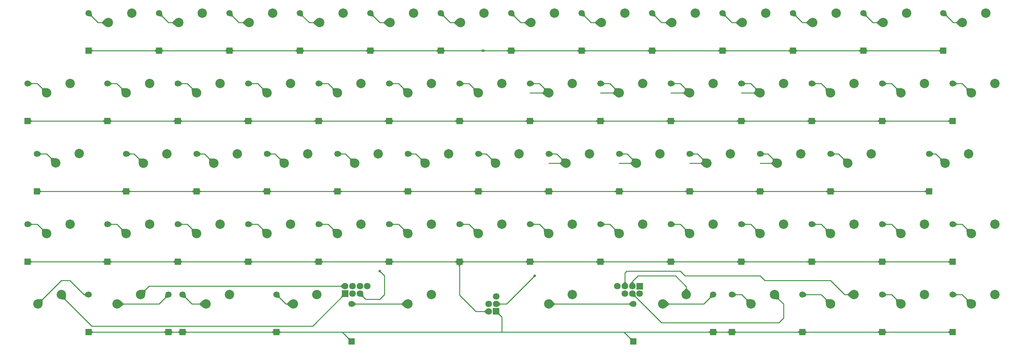
<source format=gtl>
G04 Layer: TopLayer*
G04 EasyEDA v6.3.53, 2020-06-17T23:21:06+02:00*
G04 04ce8127e00047ebb4670b429beeeb49,c5fe026039d2484e9a32019ccd8c5756,10*
G04 Gerber Generator version 0.2*
G04 Scale: 100 percent, Rotated: No, Reflected: No *
G04 Dimensions in millimeters *
G04 leading zeros omitted , absolute positions ,3 integer and 3 decimal *
%FSLAX33Y33*%
%MOMM*%
G90*
G71D02*

%ADD10C,0.254000*%
%ADD11C,0.700024*%
%ADD12C,0.699999*%
%ADD13C,1.799996*%
%ADD15C,2.540000*%
%ADD16C,1.699260*%
%ADD17R,1.699260X1.699260*%

%LPD*%
G54D10*
G01X251614Y91881D02*
G01X251981Y91702D01*
G01X254342Y89341D01*
G01X256821Y89341D01*
G01X230024Y91881D02*
G01X232564Y89341D01*
G01X235358Y89341D01*
G01X210974Y91881D02*
G01X213514Y89341D01*
G01X216308Y89341D01*
G01X191924Y91881D02*
G01X194464Y89341D01*
G01X197258Y89341D01*
G01X172874Y91881D02*
G01X175414Y89341D01*
G01X178208Y89341D01*
G01X153824Y91881D02*
G01X156364Y89341D01*
G01X159158Y89341D01*
G01X134774Y91881D02*
G01X137314Y89341D01*
G01X140108Y89341D01*
G01X115724Y91881D02*
G01X118264Y89341D01*
G01X121058Y89341D01*
G01X96674Y91881D02*
G01X99214Y89341D01*
G01X102008Y89341D01*
G01X77561Y91881D02*
G01X80164Y89341D01*
G01X82958Y89341D01*
G01X58574Y91881D02*
G01X61114Y89341D01*
G01X63908Y89341D01*
G01X39524Y91881D02*
G01X42064Y89341D01*
G01X44858Y89341D01*
G01X20474Y91881D02*
G01X23014Y89341D01*
G01X25808Y89341D01*
G01X89864Y15950D02*
G01X81086Y7172D01*
G01X21363Y7172D01*
G01X12981Y15554D01*
G01X12981Y15681D01*
G01X13108Y15681D01*
G01X128693Y11142D02*
G01X128663Y11109D01*
G01X125249Y11109D01*
G01X120804Y15554D01*
G01X120804Y24571D01*
G01X130695Y11142D02*
G01X132234Y9600D01*
G01X132234Y5521D01*
G01X141124Y20761D02*
G01X133504Y13141D01*
G01X130694Y13141D01*
G01X42064Y15681D02*
G01X39524Y13141D01*
G01X28221Y13141D01*
G01X45874Y15681D02*
G01X48414Y13141D01*
G01X52224Y13141D01*
G01X71274Y15681D02*
G01X73814Y13141D01*
G01X75846Y13141D01*
G01X167524Y15951D02*
G01X175414Y8061D01*
G01X207164Y8061D01*
G01X208434Y9331D01*
G01X208434Y13141D01*
G01X206021Y15554D01*
G01X206021Y15681D01*
G01X165523Y17952D02*
G01X165508Y21523D01*
G01X166016Y22031D01*
G01X180494Y22031D01*
G01X181764Y20761D01*
G01X202084Y20761D01*
G01X203354Y19491D01*
G01X221134Y19491D01*
G01X224944Y15681D01*
G01X227484Y15681D01*
G01X167524Y17951D02*
G01X167524Y19221D01*
G01X169064Y20761D01*
G01X179224Y20761D01*
G01X182145Y17840D01*
G01X182145Y15681D01*
G01X6758Y13141D02*
G01X13108Y19491D01*
G01X15394Y19491D01*
G01X19204Y15681D01*
G01X20474Y15681D01*
G01X89864Y17951D02*
G01X36841Y17951D01*
G01X34571Y15681D01*
G01X93864Y15951D02*
G01X95404Y14411D01*
G01X99214Y14411D01*
G01X100484Y15681D01*
G01X100484Y20761D01*
G01X99214Y22031D01*
G01X167794Y2981D02*
G01X165254Y5521D01*
G01X175795Y13141D02*
G01X186844Y13141D01*
G01X189384Y15681D01*
G01X91594Y2981D02*
G01X89054Y5521D01*
G01X189384Y5521D02*
G01X170334Y5521D01*
G01X194464Y15681D02*
G01X197131Y15681D01*
G01X199671Y13141D01*
G01X213514Y15681D02*
G01X218594Y15681D01*
G01X221134Y13141D01*
G01X235104Y15681D02*
G01X237644Y15681D01*
G01X240184Y13141D01*
G01X254154Y15681D02*
G01X256694Y15681D01*
G01X259234Y13141D01*
G01X247804Y53781D02*
G01X249582Y53781D01*
G01X252122Y51241D01*
G01X221134Y53781D02*
G01X223293Y53781D01*
G01X225833Y51241D01*
G01X202084Y53781D02*
G01X204243Y53781D01*
G01X206783Y51241D01*
G01X183034Y53781D02*
G01X185193Y53781D01*
G01X187733Y51241D01*
G01X163984Y53781D02*
G01X166143Y53781D01*
G01X168683Y51241D01*
G01X144934Y53781D02*
G01X147093Y53781D01*
G01X149633Y51241D01*
G01X125884Y53781D02*
G01X128043Y53781D01*
G01X130583Y51241D01*
G01X106834Y53781D02*
G01X108993Y53781D01*
G01X111533Y51241D01*
G01X87784Y53781D02*
G01X89943Y53781D01*
G01X92483Y51241D01*
G01X68734Y53781D02*
G01X70893Y53781D01*
G01X73433Y51241D01*
G01X49684Y53781D02*
G01X51843Y53781D01*
G01X54383Y51241D01*
G01X30634Y53781D02*
G01X32793Y53781D01*
G01X35333Y51241D01*
G01X6504Y53781D02*
G01X9171Y53781D01*
G01X11584Y51368D01*
G01X3964Y34731D02*
G01X6631Y34731D01*
G01X9171Y32191D01*
G01X25554Y34731D02*
G01X28094Y34731D01*
G01X30634Y32191D01*
G01X44604Y34731D02*
G01X47144Y34731D01*
G01X49684Y32191D01*
G01X63654Y34731D02*
G01X66194Y34731D01*
G01X68734Y32191D01*
G01X82704Y34731D02*
G01X85244Y34731D01*
G01X87784Y32191D01*
G01X101754Y34731D02*
G01X104294Y34731D01*
G01X106834Y32191D01*
G01X120804Y34731D02*
G01X123344Y34731D01*
G01X125884Y32191D01*
G01X139854Y34731D02*
G01X142394Y34731D01*
G01X144934Y32191D01*
G01X158904Y34731D02*
G01X161444Y34731D01*
G01X163984Y32191D01*
G01X177954Y34731D02*
G01X180494Y34731D01*
G01X183034Y32191D01*
G01X197004Y34731D02*
G01X199544Y34731D01*
G01X202084Y32191D01*
G01X216054Y34731D02*
G01X218594Y34731D01*
G01X221134Y32191D01*
G01X235104Y34731D02*
G01X237644Y34731D01*
G01X240184Y32191D01*
G01X254154Y34731D02*
G01X256694Y34731D01*
G01X259234Y32191D01*
G01X254154Y72831D02*
G01X256694Y72831D01*
G01X259234Y70291D01*
G01X235104Y72831D02*
G01X237644Y72831D01*
G01X240184Y70291D01*
G01X216054Y72831D02*
G01X218594Y72831D01*
G01X221134Y70291D01*
G01X197004Y72831D02*
G01X199544Y72831D01*
G01X202084Y70291D01*
G01X177954Y72831D02*
G01X180494Y72831D01*
G01X183034Y70291D01*
G01X158904Y72831D02*
G01X161444Y72831D01*
G01X163984Y70291D01*
G01X139854Y72831D02*
G01X142394Y72831D01*
G01X144934Y70291D01*
G01X120804Y72831D02*
G01X123344Y72831D01*
G01X125884Y70291D01*
G01X101754Y62671D02*
G01X254154Y62671D01*
G01X63654Y62671D02*
G01X79783Y62671D01*
G01X82704Y62671D01*
G01X83974Y62671D01*
G01X85244Y62671D01*
G01X101754Y62671D01*
G01X101754Y72831D02*
G01X104294Y72831D01*
G01X106834Y70291D01*
G01X82704Y72831D02*
G01X85244Y72831D01*
G01X87784Y70291D01*
G01X63654Y72831D02*
G01X66194Y72831D01*
G01X68734Y70291D01*
G01X44604Y72831D02*
G01X47144Y72831D01*
G01X49684Y70291D01*
G01X25554Y72831D02*
G01X28094Y72831D01*
G01X30634Y70291D01*
G01X3964Y72831D02*
G01X6631Y72831D01*
G01X9171Y70291D01*
G01X251614Y81721D02*
G01X134774Y81721D01*
G01X134774Y81721D02*
G01X131157Y81721D01*
G01X20474Y81721D01*
G01X20474Y5521D02*
G01X254154Y5521D01*
G01X3964Y24571D02*
G01X254154Y24571D01*
G01X247804Y43621D02*
G01X6504Y43621D01*
G01X3964Y62671D02*
G01X63654Y62671D01*
G01X197004Y70291D02*
G01X202084Y70291D01*
G01X177954Y70291D02*
G01X183034Y70291D01*
G01X158904Y70291D02*
G01X163984Y70291D01*
G01X139854Y70291D02*
G01X144934Y70291D01*
G01X106834Y13141D02*
G01X91594Y13141D01*
G01X144934Y13141D02*
G01X167794Y13141D01*
G01X206783Y51241D02*
G01X202084Y51241D01*
G01X187733Y51241D02*
G01X183034Y51241D01*
G01X168683Y51241D02*
G01X163984Y51241D01*
G01X149633Y51241D02*
G01X144934Y51241D01*

%LPD*%
G36*
G01X166196Y18549D02*
G01X165646Y19177D01*
G01X165392Y19175D01*
G01X164847Y18543D01*
G01X166196Y18549D01*
G37*

%LPD*%
G36*
G01X168480Y15174D02*
G01X168422Y16007D01*
G01X167468Y15053D01*
G01X168301Y14995D01*
G01X168480Y15174D01*
G37*

%LPD*%
G36*
G01X167651Y19176D02*
G01X167397Y19176D01*
G01X166849Y18546D01*
G01X168199Y18546D01*
G01X167651Y19176D01*
G37*

%LPD*%
G36*
G01X131919Y13268D02*
G01X131289Y13816D01*
G01X131289Y12466D01*
G01X131919Y13014D01*
G01X131919Y13268D01*
G37*

%LPD*%
G36*
G01X128117Y10450D02*
G01X128081Y11800D01*
G01X127466Y11236D01*
G01X127473Y10982D01*
G01X128117Y10450D01*
G37*

%LPD*%
G36*
G01X24968Y88388D02*
G01X24968Y90293D01*
G01X24079Y89468D01*
G01X24079Y89214D01*
G01X24968Y88388D01*
G37*

%LPD*%
G36*
G01X44018Y88388D02*
G01X44018Y90293D01*
G01X43129Y89468D01*
G01X43129Y89214D01*
G01X44018Y88388D01*
G37*

%LPD*%
G36*
G01X63068Y88388D02*
G01X63068Y90293D01*
G01X62179Y89468D01*
G01X62179Y89214D01*
G01X63068Y88388D01*
G37*

%LPD*%
G36*
G01X82118Y88388D02*
G01X82118Y90293D01*
G01X81229Y89468D01*
G01X81229Y89214D01*
G01X82118Y88388D01*
G37*

%LPD*%
G36*
G01X101168Y88388D02*
G01X101168Y90293D01*
G01X100279Y89468D01*
G01X100279Y89214D01*
G01X101168Y88388D01*
G37*

%LPD*%
G36*
G01X120218Y88388D02*
G01X120218Y90293D01*
G01X119329Y89468D01*
G01X119329Y89214D01*
G01X120218Y88388D01*
G37*

%LPD*%
G36*
G01X139268Y88388D02*
G01X139268Y90293D01*
G01X138379Y89468D01*
G01X138379Y89214D01*
G01X139268Y88388D01*
G37*

%LPD*%
G36*
G01X158318Y88388D02*
G01X158318Y90293D01*
G01X157429Y89468D01*
G01X157429Y89214D01*
G01X158318Y88388D01*
G37*

%LPD*%
G36*
G01X177368Y88388D02*
G01X177368Y90293D01*
G01X176479Y89468D01*
G01X176479Y89214D01*
G01X177368Y88388D01*
G37*

%LPD*%
G36*
G01X196418Y88388D02*
G01X196418Y90293D01*
G01X195529Y89468D01*
G01X195529Y89214D01*
G01X196418Y88388D01*
G37*

%LPD*%
G36*
G01X215468Y88388D02*
G01X215468Y90293D01*
G01X214579Y89468D01*
G01X214579Y89214D01*
G01X215468Y88388D01*
G37*

%LPD*%
G36*
G01X234518Y88388D02*
G01X234518Y90293D01*
G01X233629Y89468D01*
G01X233629Y89214D01*
G01X234518Y88388D01*
G37*

%LPD*%
G36*
G01X255981Y88388D02*
G01X255981Y90293D01*
G01X255092Y89468D01*
G01X255092Y89214D01*
G01X255981Y88388D01*
G37*

%LPD*%
G36*
G01X9251Y71558D02*
G01X8038Y71603D01*
G01X7859Y71424D01*
G01X7904Y70211D01*
G01X9251Y71558D01*
G37*

%LPD*%
G36*
G01X30714Y71558D02*
G01X29501Y71603D01*
G01X29322Y71424D01*
G01X29367Y70211D01*
G01X30714Y71558D01*
G37*

%LPD*%
G36*
G01X49764Y71558D02*
G01X48551Y71603D01*
G01X48372Y71424D01*
G01X48417Y70211D01*
G01X49764Y71558D01*
G37*

%LPD*%
G36*
G01X68814Y71558D02*
G01X67601Y71603D01*
G01X67422Y71424D01*
G01X67467Y70211D01*
G01X68814Y71558D01*
G37*

%LPD*%
G36*
G01X87864Y71558D02*
G01X86651Y71603D01*
G01X86472Y71424D01*
G01X86517Y70211D01*
G01X87864Y71558D01*
G37*

%LPD*%
G36*
G01X106914Y71558D02*
G01X105701Y71603D01*
G01X105522Y71424D01*
G01X105567Y70211D01*
G01X106914Y71558D01*
G37*

%LPD*%
G36*
G01X125964Y71558D02*
G01X124751Y71603D01*
G01X124572Y71424D01*
G01X124617Y70211D01*
G01X125964Y71558D01*
G37*

%LPD*%
G36*
G01X145014Y71558D02*
G01X143801Y71603D01*
G01X143622Y71424D01*
G01X143667Y70211D01*
G01X145014Y71558D01*
G37*

%LPD*%
G36*
G01X144094Y69338D02*
G01X144094Y71243D01*
G01X143205Y70418D01*
G01X143205Y70164D01*
G01X144094Y69338D01*
G37*

%LPD*%
G36*
G01X164064Y71558D02*
G01X162851Y71603D01*
G01X162672Y71424D01*
G01X162717Y70211D01*
G01X164064Y71558D01*
G37*

%LPD*%
G36*
G01X163144Y69338D02*
G01X163144Y71243D01*
G01X162255Y70418D01*
G01X162255Y70164D01*
G01X163144Y69338D01*
G37*

%LPD*%
G36*
G01X183114Y71558D02*
G01X181901Y71603D01*
G01X181722Y71424D01*
G01X181767Y70211D01*
G01X183114Y71558D01*
G37*

%LPD*%
G36*
G01X182194Y69338D02*
G01X182194Y71243D01*
G01X181305Y70418D01*
G01X181305Y70164D01*
G01X182194Y69338D01*
G37*

%LPD*%
G36*
G01X202164Y71558D02*
G01X200951Y71603D01*
G01X200772Y71424D01*
G01X200817Y70211D01*
G01X202164Y71558D01*
G37*

%LPD*%
G36*
G01X201244Y69338D02*
G01X201244Y71243D01*
G01X200355Y70418D01*
G01X200355Y70164D01*
G01X201244Y69338D01*
G37*

%LPD*%
G36*
G01X221214Y71558D02*
G01X220001Y71603D01*
G01X219822Y71424D01*
G01X219867Y70211D01*
G01X221214Y71558D01*
G37*

%LPD*%
G36*
G01X240264Y71558D02*
G01X239051Y71603D01*
G01X238872Y71424D01*
G01X238917Y70211D01*
G01X240264Y71558D01*
G37*

%LPD*%
G36*
G01X259314Y71558D02*
G01X258101Y71603D01*
G01X257922Y71424D01*
G01X257967Y70211D01*
G01X259314Y71558D01*
G37*

%LPD*%
G36*
G01X11664Y52635D02*
G01X10451Y52680D01*
G01X10272Y52501D01*
G01X10317Y51288D01*
G01X11664Y52635D01*
G37*

%LPD*%
G36*
G01X35413Y52508D02*
G01X34200Y52553D01*
G01X34021Y52374D01*
G01X34066Y51161D01*
G01X35413Y52508D01*
G37*

%LPD*%
G36*
G01X54463Y52508D02*
G01X53250Y52553D01*
G01X53071Y52374D01*
G01X53116Y51161D01*
G01X54463Y52508D01*
G37*

%LPD*%
G36*
G01X73513Y52508D02*
G01X72300Y52553D01*
G01X72121Y52374D01*
G01X72166Y51161D01*
G01X73513Y52508D01*
G37*

%LPD*%
G36*
G01X92563Y52508D02*
G01X91350Y52553D01*
G01X91171Y52374D01*
G01X91216Y51161D01*
G01X92563Y52508D01*
G37*

%LPD*%
G36*
G01X111613Y52508D02*
G01X110400Y52553D01*
G01X110221Y52374D01*
G01X110266Y51161D01*
G01X111613Y52508D01*
G37*

%LPD*%
G36*
G01X130663Y52508D02*
G01X129450Y52553D01*
G01X129271Y52374D01*
G01X129316Y51161D01*
G01X130663Y52508D01*
G37*

%LPD*%
G36*
G01X149713Y52508D02*
G01X148500Y52553D01*
G01X148321Y52374D01*
G01X148366Y51161D01*
G01X149713Y52508D01*
G37*

%LPD*%
G36*
G01X148793Y50288D02*
G01X148793Y52193D01*
G01X147904Y51368D01*
G01X147904Y51114D01*
G01X148793Y50288D01*
G37*

%LPD*%
G36*
G01X168763Y52508D02*
G01X167550Y52553D01*
G01X167371Y52374D01*
G01X167416Y51161D01*
G01X168763Y52508D01*
G37*

%LPD*%
G36*
G01X167843Y50288D02*
G01X167843Y52193D01*
G01X166954Y51368D01*
G01X166954Y51114D01*
G01X167843Y50288D01*
G37*

%LPD*%
G36*
G01X187813Y52508D02*
G01X186600Y52553D01*
G01X186421Y52374D01*
G01X186466Y51161D01*
G01X187813Y52508D01*
G37*

%LPD*%
G36*
G01X186893Y50288D02*
G01X186893Y52193D01*
G01X186004Y51368D01*
G01X186004Y51114D01*
G01X186893Y50288D01*
G37*

%LPD*%
G36*
G01X206863Y52508D02*
G01X205650Y52553D01*
G01X205471Y52374D01*
G01X205516Y51161D01*
G01X206863Y52508D01*
G37*

%LPD*%
G36*
G01X205943Y50288D02*
G01X205943Y52193D01*
G01X205054Y51368D01*
G01X205054Y51114D01*
G01X205943Y50288D01*
G37*

%LPD*%
G36*
G01X225913Y52508D02*
G01X224700Y52553D01*
G01X224521Y52374D01*
G01X224566Y51161D01*
G01X225913Y52508D01*
G37*

%LPD*%
G36*
G01X252202Y52508D02*
G01X250989Y52553D01*
G01X250810Y52374D01*
G01X250855Y51161D01*
G01X252202Y52508D01*
G37*

%LPD*%
G36*
G01X9251Y33458D02*
G01X8038Y33503D01*
G01X7859Y33324D01*
G01X7904Y32111D01*
G01X9251Y33458D01*
G37*

%LPD*%
G36*
G01X30714Y33458D02*
G01X29501Y33503D01*
G01X29322Y33324D01*
G01X29367Y32111D01*
G01X30714Y33458D01*
G37*

%LPD*%
G36*
G01X49764Y33458D02*
G01X48551Y33503D01*
G01X48372Y33324D01*
G01X48417Y32111D01*
G01X49764Y33458D01*
G37*

%LPD*%
G36*
G01X68814Y33458D02*
G01X67601Y33503D01*
G01X67422Y33324D01*
G01X67467Y32111D01*
G01X68814Y33458D01*
G37*

%LPD*%
G36*
G01X87864Y33458D02*
G01X86651Y33503D01*
G01X86472Y33324D01*
G01X86517Y32111D01*
G01X87864Y33458D01*
G37*

%LPD*%
G36*
G01X106914Y33458D02*
G01X105701Y33503D01*
G01X105522Y33324D01*
G01X105567Y32111D01*
G01X106914Y33458D01*
G37*

%LPD*%
G36*
G01X125964Y33458D02*
G01X124751Y33503D01*
G01X124572Y33324D01*
G01X124617Y32111D01*
G01X125964Y33458D01*
G37*

%LPD*%
G36*
G01X145014Y33458D02*
G01X143801Y33503D01*
G01X143622Y33324D01*
G01X143667Y32111D01*
G01X145014Y33458D01*
G37*

%LPD*%
G36*
G01X164064Y33458D02*
G01X162851Y33503D01*
G01X162672Y33324D01*
G01X162717Y32111D01*
G01X164064Y33458D01*
G37*

%LPD*%
G36*
G01X183114Y33458D02*
G01X181901Y33503D01*
G01X181722Y33324D01*
G01X181767Y32111D01*
G01X183114Y33458D01*
G37*

%LPD*%
G36*
G01X202164Y33458D02*
G01X200951Y33503D01*
G01X200772Y33324D01*
G01X200817Y32111D01*
G01X202164Y33458D01*
G37*

%LPD*%
G36*
G01X221214Y33458D02*
G01X220001Y33503D01*
G01X219822Y33324D01*
G01X219867Y32111D01*
G01X221214Y33458D01*
G37*

%LPD*%
G36*
G01X240264Y33458D02*
G01X239051Y33503D01*
G01X238872Y33324D01*
G01X238917Y32111D01*
G01X240264Y33458D01*
G37*

%LPD*%
G36*
G01X259314Y33458D02*
G01X258101Y33503D01*
G01X257922Y33324D01*
G01X257967Y32111D01*
G01X259314Y33458D01*
G37*

%LPD*%
G36*
G01X8071Y14274D02*
G01X7891Y14453D01*
G01X6679Y14408D01*
G01X8026Y13061D01*
G01X8071Y14274D01*
G37*

%LPD*%
G36*
G01X14296Y14418D02*
G01X14377Y15628D01*
G01X12897Y14428D01*
G01X14098Y14257D01*
G01X14296Y14418D01*
G37*

%LPD*%
G36*
G01X29950Y13268D02*
G01X29061Y14093D01*
G01X29061Y12188D01*
G01X29950Y13014D01*
G01X29950Y13268D01*
G37*

%LPD*%
G36*
G01X35884Y16814D02*
G01X35704Y16993D01*
G01X34492Y16948D01*
G01X35839Y15601D01*
G01X35884Y16814D01*
G37*

%LPD*%
G36*
G01X51384Y12188D02*
G01X51384Y14093D01*
G01X50495Y13268D01*
G01X50495Y13014D01*
G01X51384Y12188D01*
G37*

%LPD*%
G36*
G01X75006Y12188D02*
G01X75006Y14093D01*
G01X74117Y13268D01*
G01X74117Y13014D01*
G01X75006Y12188D01*
G37*

%LPD*%
G36*
G01X105994Y12188D02*
G01X105994Y14093D01*
G01X105105Y13268D01*
G01X105105Y13014D01*
G01X105994Y12188D01*
G37*

%LPD*%
G36*
G01X146663Y13268D02*
G01X145774Y14093D01*
G01X145774Y12188D01*
G01X146663Y13014D01*
G01X146663Y13268D01*
G37*

%LPD*%
G36*
G01X177524Y13268D02*
G01X176635Y14093D01*
G01X176635Y12188D01*
G01X177524Y13014D01*
G01X177524Y13268D01*
G37*

%LPD*%
G36*
G01X182272Y17410D02*
G01X182018Y17410D01*
G01X181193Y16521D01*
G01X183098Y16521D01*
G01X182272Y17410D01*
G37*

%LPD*%
G36*
G01X199751Y14408D02*
G01X198538Y14453D01*
G01X198359Y14274D01*
G01X198404Y13061D01*
G01X199751Y14408D01*
G37*

%LPD*%
G36*
G01X207273Y14481D02*
G01X207291Y15694D01*
G01X205876Y14419D01*
G01X207084Y14311D01*
G01X207273Y14481D01*
G37*

%LPD*%
G36*
G01X221214Y14408D02*
G01X220001Y14453D01*
G01X219822Y14274D01*
G01X219867Y13061D01*
G01X221214Y14408D01*
G37*

%LPD*%
G36*
G01X226644Y14728D02*
G01X226644Y16633D01*
G01X225755Y15808D01*
G01X225755Y15554D01*
G01X226644Y14728D01*
G37*

%LPD*%
G36*
G01X240264Y14408D02*
G01X239051Y14453D01*
G01X238872Y14274D01*
G01X238917Y13061D01*
G01X240264Y14408D01*
G37*

%LPD*%
G36*
G01X259314Y14408D02*
G01X258101Y14453D01*
G01X257922Y14274D01*
G01X257967Y13061D01*
G01X259314Y14408D01*
G37*

%LPD*%
G36*
G01X64811Y72958D02*
G01X64216Y73468D01*
G01X64216Y72194D01*
G01X64811Y72704D01*
G01X64811Y72958D01*
G37*

%LPD*%
G36*
G01X19912Y15044D02*
G01X19912Y16318D01*
G01X19317Y15808D01*
G01X19317Y15554D01*
G01X19912Y15044D01*
G37*

%LPD*%
G36*
G01X31791Y53908D02*
G01X31196Y54418D01*
G01X31196Y53144D01*
G01X31791Y53654D01*
G01X31791Y53908D01*
G37*

%LPD*%
G36*
G01X21382Y91153D02*
G01X21322Y91934D01*
G01X20421Y91033D01*
G01X21202Y90973D01*
G01X21382Y91153D01*
G37*

%LPD*%
G36*
G01X40432Y91153D02*
G01X40372Y91934D01*
G01X39471Y91033D01*
G01X40252Y90973D01*
G01X40432Y91153D01*
G37*

%LPD*%
G36*
G01X59482Y91153D02*
G01X59422Y91934D01*
G01X58521Y91033D01*
G01X59302Y90973D01*
G01X59482Y91153D01*
G37*

%LPD*%
G36*
G01X78513Y91129D02*
G01X78473Y91912D01*
G01X77549Y91034D01*
G01X78328Y90954D01*
G01X78513Y91129D01*
G37*

%LPD*%
G36*
G01X97582Y91153D02*
G01X97522Y91934D01*
G01X96621Y91033D01*
G01X97402Y90973D01*
G01X97582Y91153D01*
G37*

%LPD*%
G36*
G01X116632Y91153D02*
G01X116572Y91934D01*
G01X115671Y91033D01*
G01X116452Y90973D01*
G01X116632Y91153D01*
G37*

%LPD*%
G36*
G01X135682Y91153D02*
G01X135622Y91934D01*
G01X134721Y91033D01*
G01X135502Y90973D01*
G01X135682Y91153D01*
G37*

%LPD*%
G36*
G01X154732Y91153D02*
G01X154672Y91934D01*
G01X153771Y91033D01*
G01X154552Y90973D01*
G01X154732Y91153D01*
G37*

%LPD*%
G36*
G01X173782Y91153D02*
G01X173722Y91934D01*
G01X172821Y91033D01*
G01X173602Y90973D01*
G01X173782Y91153D01*
G37*

%LPD*%
G36*
G01X192832Y91153D02*
G01X192772Y91934D01*
G01X191871Y91033D01*
G01X192652Y90973D01*
G01X192832Y91153D01*
G37*

%LPD*%
G36*
G01X211882Y91153D02*
G01X211822Y91934D01*
G01X210921Y91033D01*
G01X211702Y90973D01*
G01X211882Y91153D01*
G37*

%LPD*%
G36*
G01X230932Y91153D02*
G01X230872Y91934D01*
G01X229971Y91033D01*
G01X230752Y90973D01*
G01X230932Y91153D01*
G37*

%LPD*%
G36*
G01X252600Y91263D02*
G01X252450Y92031D01*
G01X251659Y91032D01*
G01X252441Y91062D01*
G01X252600Y91263D01*
G37*

%LPD*%
G36*
G01X5121Y72958D02*
G01X4526Y73468D01*
G01X4526Y72194D01*
G01X5121Y72704D01*
G01X5121Y72958D01*
G37*

%LPD*%
G36*
G01X26711Y72958D02*
G01X26116Y73468D01*
G01X26116Y72194D01*
G01X26711Y72704D01*
G01X26711Y72958D01*
G37*

%LPD*%
G36*
G01X45761Y72958D02*
G01X45166Y73468D01*
G01X45166Y72194D01*
G01X45761Y72704D01*
G01X45761Y72958D01*
G37*

%LPD*%
G36*
G01X83861Y72958D02*
G01X83266Y73468D01*
G01X83266Y72194D01*
G01X83861Y72704D01*
G01X83861Y72958D01*
G37*

%LPD*%
G36*
G01X102911Y72958D02*
G01X102316Y73468D01*
G01X102316Y72194D01*
G01X102911Y72704D01*
G01X102911Y72958D01*
G37*

%LPD*%
G36*
G01X121961Y72958D02*
G01X121366Y73468D01*
G01X121366Y72194D01*
G01X121961Y72704D01*
G01X121961Y72958D01*
G37*

%LPD*%
G36*
G01X141011Y72958D02*
G01X140416Y73468D01*
G01X140416Y72194D01*
G01X141011Y72704D01*
G01X141011Y72958D01*
G37*

%LPD*%
G36*
G01X160061Y72958D02*
G01X159466Y73468D01*
G01X159466Y72194D01*
G01X160061Y72704D01*
G01X160061Y72958D01*
G37*

%LPD*%
G36*
G01X179111Y72958D02*
G01X178516Y73468D01*
G01X178516Y72194D01*
G01X179111Y72704D01*
G01X179111Y72958D01*
G37*

%LPD*%
G36*
G01X198161Y72958D02*
G01X197566Y73468D01*
G01X197566Y72194D01*
G01X198161Y72704D01*
G01X198161Y72958D01*
G37*

%LPD*%
G36*
G01X217211Y72958D02*
G01X216616Y73468D01*
G01X216616Y72194D01*
G01X217211Y72704D01*
G01X217211Y72958D01*
G37*

%LPD*%
G36*
G01X236261Y72958D02*
G01X235666Y73468D01*
G01X235666Y72194D01*
G01X236261Y72704D01*
G01X236261Y72958D01*
G37*

%LPD*%
G36*
G01X255311Y72958D02*
G01X254716Y73468D01*
G01X254716Y72194D01*
G01X255311Y72704D01*
G01X255311Y72958D01*
G37*

%LPD*%
G36*
G01X7661Y53908D02*
G01X7066Y54418D01*
G01X7066Y53144D01*
G01X7661Y53654D01*
G01X7661Y53908D01*
G37*

%LPD*%
G36*
G01X50841Y53908D02*
G01X50246Y54418D01*
G01X50246Y53144D01*
G01X50841Y53654D01*
G01X50841Y53908D01*
G37*

%LPD*%
G36*
G01X69891Y53908D02*
G01X69296Y54418D01*
G01X69296Y53144D01*
G01X69891Y53654D01*
G01X69891Y53908D01*
G37*

%LPD*%
G36*
G01X88941Y53908D02*
G01X88346Y54418D01*
G01X88346Y53144D01*
G01X88941Y53654D01*
G01X88941Y53908D01*
G37*

%LPD*%
G36*
G01X107991Y53908D02*
G01X107396Y54418D01*
G01X107396Y53144D01*
G01X107991Y53654D01*
G01X107991Y53908D01*
G37*

%LPD*%
G36*
G01X127041Y53908D02*
G01X126446Y54418D01*
G01X126446Y53144D01*
G01X127041Y53654D01*
G01X127041Y53908D01*
G37*

%LPD*%
G36*
G01X146091Y53908D02*
G01X145496Y54418D01*
G01X145496Y53144D01*
G01X146091Y53654D01*
G01X146091Y53908D01*
G37*

%LPD*%
G36*
G01X165141Y53908D02*
G01X164546Y54418D01*
G01X164546Y53144D01*
G01X165141Y53654D01*
G01X165141Y53908D01*
G37*

%LPD*%
G36*
G01X184191Y53908D02*
G01X183596Y54418D01*
G01X183596Y53144D01*
G01X184191Y53654D01*
G01X184191Y53908D01*
G37*

%LPD*%
G36*
G01X203241Y53908D02*
G01X202646Y54418D01*
G01X202646Y53144D01*
G01X203241Y53654D01*
G01X203241Y53908D01*
G37*

%LPD*%
G36*
G01X222291Y53908D02*
G01X221696Y54418D01*
G01X221696Y53144D01*
G01X222291Y53654D01*
G01X222291Y53908D01*
G37*

%LPD*%
G36*
G01X248961Y53908D02*
G01X248366Y54418D01*
G01X248366Y53144D01*
G01X248961Y53654D01*
G01X248961Y53908D01*
G37*

%LPD*%
G36*
G01X5121Y34858D02*
G01X4526Y35368D01*
G01X4526Y34094D01*
G01X5121Y34604D01*
G01X5121Y34858D01*
G37*

%LPD*%
G36*
G01X26711Y34858D02*
G01X26116Y35368D01*
G01X26116Y34094D01*
G01X26711Y34604D01*
G01X26711Y34858D01*
G37*

%LPD*%
G36*
G01X64811Y34858D02*
G01X64216Y35368D01*
G01X64216Y34094D01*
G01X64811Y34604D01*
G01X64811Y34858D01*
G37*

%LPD*%
G36*
G01X83861Y34858D02*
G01X83266Y35368D01*
G01X83266Y34094D01*
G01X83861Y34604D01*
G01X83861Y34858D01*
G37*

%LPD*%
G36*
G01X102911Y34858D02*
G01X102316Y35368D01*
G01X102316Y34094D01*
G01X102911Y34604D01*
G01X102911Y34858D01*
G37*

%LPD*%
G36*
G01X121961Y34858D02*
G01X121366Y35368D01*
G01X121366Y34094D01*
G01X121961Y34604D01*
G01X121961Y34858D01*
G37*

%LPD*%
G36*
G01X141011Y34858D02*
G01X140416Y35368D01*
G01X140416Y34094D01*
G01X141011Y34604D01*
G01X141011Y34858D01*
G37*

%LPD*%
G36*
G01X160061Y34858D02*
G01X159466Y35368D01*
G01X159466Y34094D01*
G01X160061Y34604D01*
G01X160061Y34858D01*
G37*

%LPD*%
G36*
G01X179111Y34858D02*
G01X178516Y35368D01*
G01X178516Y34094D01*
G01X179111Y34604D01*
G01X179111Y34858D01*
G37*

%LPD*%
G36*
G01X198161Y34858D02*
G01X197566Y35368D01*
G01X197566Y34094D01*
G01X198161Y34604D01*
G01X198161Y34858D01*
G37*

%LPD*%
G36*
G01X217211Y34858D02*
G01X216616Y35368D01*
G01X216616Y34094D01*
G01X217211Y34604D01*
G01X217211Y34858D01*
G37*

%LPD*%
G36*
G01X236261Y34858D02*
G01X235666Y35368D01*
G01X235666Y34094D01*
G01X236261Y34604D01*
G01X236261Y34858D01*
G37*

%LPD*%
G36*
G01X255311Y34858D02*
G01X254716Y35368D01*
G01X254716Y34094D01*
G01X255311Y34604D01*
G01X255311Y34858D01*
G37*

%LPD*%
G36*
G01X42117Y14833D02*
G01X41216Y15734D01*
G01X41156Y14953D01*
G01X41336Y14773D01*
G01X42117Y14833D01*
G37*

%LPD*%
G36*
G01X46782Y14953D02*
G01X46722Y15734D01*
G01X45821Y14833D01*
G01X46602Y14773D01*
G01X46782Y14953D01*
G37*

%LPD*%
G36*
G01X72182Y14953D02*
G01X72122Y15734D01*
G01X71221Y14833D01*
G01X72002Y14773D01*
G01X72182Y14953D01*
G37*

%LPD*%
G36*
G01X92751Y13268D02*
G01X92156Y13778D01*
G01X92156Y12504D01*
G01X92751Y13014D01*
G01X92751Y13268D01*
G37*

%LPD*%
G36*
G01X189437Y14833D02*
G01X188536Y15734D01*
G01X188476Y14953D01*
G01X188656Y14773D01*
G01X189437Y14833D01*
G37*

%LPD*%
G36*
G01X195621Y15808D02*
G01X195026Y16318D01*
G01X195026Y15044D01*
G01X195621Y15554D01*
G01X195621Y15808D01*
G37*

%LPD*%
G36*
G01X214671Y15808D02*
G01X214076Y16318D01*
G01X214076Y15044D01*
G01X214671Y15554D01*
G01X214671Y15808D01*
G37*

%LPD*%
G36*
G01X236261Y15808D02*
G01X235666Y16318D01*
G01X235666Y15044D01*
G01X236261Y15554D01*
G01X236261Y15808D01*
G37*

%LPD*%
G36*
G01X45761Y34858D02*
G01X45166Y35368D01*
G01X45166Y34094D01*
G01X45761Y34604D01*
G01X45761Y34858D01*
G37*

%LPD*%
G36*
G01X255311Y15808D02*
G01X254716Y16318D01*
G01X254716Y15044D01*
G01X255311Y15554D01*
G01X255311Y15808D01*
G37*

%LPD*%
G36*
G01X167232Y12504D02*
G01X167232Y13778D01*
G01X166637Y13268D01*
G01X166637Y13014D01*
G01X167232Y12504D01*
G37*

%LPD*%
G36*
G01X94820Y15174D02*
G01X94762Y16007D01*
G01X93808Y15053D01*
G01X94641Y14995D01*
G01X94820Y15174D01*
G37*

%LPD*%
G36*
G01X89269Y17276D02*
G01X89269Y18626D01*
G01X88639Y18078D01*
G01X88639Y17824D01*
G01X89269Y17276D01*
G37*

%LPD*%
G36*
G01X126923Y81458D02*
G01X126923Y81983D01*
G01X126678Y81848D01*
G01X126678Y81594D01*
G01X126923Y81458D01*
G37*

%LPD*%
G36*
G01X127631Y81848D02*
G01X127386Y81983D01*
G01X127386Y81458D01*
G01X127631Y81594D01*
G01X127631Y81848D01*
G37*

%LPD*%
G36*
G01X141146Y20411D02*
G01X140775Y20783D01*
G01X140697Y20514D01*
G01X140877Y20334D01*
G01X141146Y20411D01*
G37*

%LPD*%
G36*
G01X99641Y21784D02*
G01X99563Y22053D01*
G01X99192Y21681D01*
G01X99461Y21604D01*
G01X99641Y21784D01*
G37*

%LPD*%
G36*
G01X131729Y10286D02*
G01X131594Y10690D01*
G01X131145Y10241D01*
G01X131549Y10106D01*
G01X131729Y10286D01*
G37*

%LPD*%
G36*
G01X64885Y62798D02*
G01X64504Y62988D01*
G01X64504Y62353D01*
G01X64885Y62544D01*
G01X64885Y62798D01*
G37*

%LPD*%
G36*
G01X62804Y62353D02*
G01X62804Y62988D01*
G01X62423Y62798D01*
G01X62423Y62544D01*
G01X62804Y62353D01*
G37*

%LPD*%
G36*
G01X21705Y5648D02*
G01X21324Y5838D01*
G01X21324Y5203D01*
G01X21705Y5394D01*
G01X21705Y5648D01*
G37*

%LPD*%
G36*
G01X31865Y43748D02*
G01X31484Y43938D01*
G01X31484Y43303D01*
G01X31865Y43494D01*
G01X31865Y43748D01*
G37*

%LPD*%
G36*
G01X29784Y43303D02*
G01X29784Y43938D01*
G01X29403Y43748D01*
G01X29403Y43494D01*
G01X29784Y43303D01*
G37*

%LPD*%
G36*
G01X21705Y81848D02*
G01X21324Y82038D01*
G01X21324Y81403D01*
G01X21705Y81594D01*
G01X21705Y81848D01*
G37*

%LPD*%
G36*
G01X40755Y81848D02*
G01X40374Y82038D01*
G01X40374Y81403D01*
G01X40755Y81594D01*
G01X40755Y81848D01*
G37*

%LPD*%
G36*
G01X38674Y81403D02*
G01X38674Y82038D01*
G01X38293Y81848D01*
G01X38293Y81594D01*
G01X38674Y81403D01*
G37*

%LPD*%
G36*
G01X59805Y81848D02*
G01X59424Y82038D01*
G01X59424Y81403D01*
G01X59805Y81594D01*
G01X59805Y81848D01*
G37*

%LPD*%
G36*
G01X57724Y81403D02*
G01X57724Y82038D01*
G01X57343Y81848D01*
G01X57343Y81594D01*
G01X57724Y81403D01*
G37*

%LPD*%
G36*
G01X78855Y81848D02*
G01X78474Y82038D01*
G01X78474Y81403D01*
G01X78855Y81594D01*
G01X78855Y81848D01*
G37*

%LPD*%
G36*
G01X76774Y81403D02*
G01X76774Y82038D01*
G01X76393Y81848D01*
G01X76393Y81594D01*
G01X76774Y81403D01*
G37*

%LPD*%
G36*
G01X97905Y81848D02*
G01X97524Y82038D01*
G01X97524Y81403D01*
G01X97905Y81594D01*
G01X97905Y81848D01*
G37*

%LPD*%
G36*
G01X95824Y81403D02*
G01X95824Y82038D01*
G01X95443Y81848D01*
G01X95443Y81594D01*
G01X95824Y81403D01*
G37*

%LPD*%
G36*
G01X116955Y81848D02*
G01X116574Y82038D01*
G01X116574Y81403D01*
G01X116955Y81594D01*
G01X116955Y81848D01*
G37*

%LPD*%
G36*
G01X114874Y81403D02*
G01X114874Y82038D01*
G01X114493Y81848D01*
G01X114493Y81594D01*
G01X114874Y81403D01*
G37*

%LPD*%
G36*
G01X136005Y81848D02*
G01X135624Y82038D01*
G01X135624Y81403D01*
G01X136005Y81594D01*
G01X136005Y81848D01*
G37*

%LPD*%
G36*
G01X133924Y81403D02*
G01X133924Y82038D01*
G01X133543Y81848D01*
G01X133543Y81594D01*
G01X133924Y81403D01*
G37*

%LPD*%
G36*
G01X155055Y81848D02*
G01X154674Y82038D01*
G01X154674Y81403D01*
G01X155055Y81594D01*
G01X155055Y81848D01*
G37*

%LPD*%
G36*
G01X152974Y81403D02*
G01X152974Y82038D01*
G01X152593Y81848D01*
G01X152593Y81594D01*
G01X152974Y81403D01*
G37*

%LPD*%
G36*
G01X174105Y81848D02*
G01X173724Y82038D01*
G01X173724Y81403D01*
G01X174105Y81594D01*
G01X174105Y81848D01*
G37*

%LPD*%
G36*
G01X172024Y81403D02*
G01X172024Y82038D01*
G01X171643Y81848D01*
G01X171643Y81594D01*
G01X172024Y81403D01*
G37*

%LPD*%
G36*
G01X193155Y81848D02*
G01X192774Y82038D01*
G01X192774Y81403D01*
G01X193155Y81594D01*
G01X193155Y81848D01*
G37*

%LPD*%
G36*
G01X191074Y81403D02*
G01X191074Y82038D01*
G01X190693Y81848D01*
G01X190693Y81594D01*
G01X191074Y81403D01*
G37*

%LPD*%
G36*
G01X212205Y81848D02*
G01X211824Y82038D01*
G01X211824Y81403D01*
G01X212205Y81594D01*
G01X212205Y81848D01*
G37*

%LPD*%
G36*
G01X210124Y81403D02*
G01X210124Y82038D01*
G01X209743Y81848D01*
G01X209743Y81594D01*
G01X210124Y81403D01*
G37*

%LPD*%
G36*
G01X231255Y81848D02*
G01X230874Y82038D01*
G01X230874Y81403D01*
G01X231255Y81594D01*
G01X231255Y81848D01*
G37*

%LPD*%
G36*
G01X229174Y81403D02*
G01X229174Y82038D01*
G01X228793Y81848D01*
G01X228793Y81594D01*
G01X229174Y81403D01*
G37*

%LPD*%
G36*
G01X250764Y81403D02*
G01X250764Y82038D01*
G01X250383Y81848D01*
G01X250383Y81594D01*
G01X250764Y81403D01*
G37*

%LPD*%
G36*
G01X5195Y62798D02*
G01X4814Y62988D01*
G01X4814Y62353D01*
G01X5195Y62544D01*
G01X5195Y62798D01*
G37*

%LPD*%
G36*
G01X24704Y62353D02*
G01X24704Y62988D01*
G01X24323Y62798D01*
G01X24323Y62544D01*
G01X24704Y62353D01*
G37*

%LPD*%
G36*
G01X26785Y62798D02*
G01X26404Y62988D01*
G01X26404Y62353D01*
G01X26785Y62544D01*
G01X26785Y62798D01*
G37*

%LPD*%
G36*
G01X43754Y62353D02*
G01X43754Y62988D01*
G01X43373Y62798D01*
G01X43373Y62544D01*
G01X43754Y62353D01*
G37*

%LPD*%
G36*
G01X45835Y62798D02*
G01X45454Y62988D01*
G01X45454Y62353D01*
G01X45835Y62544D01*
G01X45835Y62798D01*
G37*

%LPD*%
G36*
G01X81854Y62353D02*
G01X81854Y62988D01*
G01X81473Y62798D01*
G01X81473Y62544D01*
G01X81854Y62353D01*
G37*

%LPD*%
G36*
G01X83935Y62798D02*
G01X83554Y62988D01*
G01X83554Y62353D01*
G01X83935Y62544D01*
G01X83935Y62798D01*
G37*

%LPD*%
G36*
G01X102985Y62798D02*
G01X102604Y62988D01*
G01X102604Y62353D01*
G01X102985Y62544D01*
G01X102985Y62798D01*
G37*

%LPD*%
G36*
G01X100904Y62353D02*
G01X100904Y62988D01*
G01X100523Y62798D01*
G01X100523Y62544D01*
G01X100904Y62353D01*
G37*

%LPD*%
G36*
G01X119954Y62353D02*
G01X119954Y62988D01*
G01X119573Y62798D01*
G01X119573Y62544D01*
G01X119954Y62353D01*
G37*

%LPD*%
G36*
G01X122035Y62798D02*
G01X121654Y62988D01*
G01X121654Y62353D01*
G01X122035Y62544D01*
G01X122035Y62798D01*
G37*

%LPD*%
G36*
G01X139004Y62353D02*
G01X139004Y62988D01*
G01X138623Y62798D01*
G01X138623Y62544D01*
G01X139004Y62353D01*
G37*

%LPD*%
G36*
G01X141085Y62798D02*
G01X140704Y62988D01*
G01X140704Y62353D01*
G01X141085Y62544D01*
G01X141085Y62798D01*
G37*

%LPD*%
G36*
G01X158054Y62353D02*
G01X158054Y62988D01*
G01X157673Y62798D01*
G01X157673Y62544D01*
G01X158054Y62353D01*
G37*

%LPD*%
G36*
G01X160135Y62798D02*
G01X159754Y62988D01*
G01X159754Y62353D01*
G01X160135Y62544D01*
G01X160135Y62798D01*
G37*

%LPD*%
G36*
G01X177104Y62353D02*
G01X177104Y62988D01*
G01X176723Y62798D01*
G01X176723Y62544D01*
G01X177104Y62353D01*
G37*

%LPD*%
G36*
G01X179185Y62798D02*
G01X178804Y62988D01*
G01X178804Y62353D01*
G01X179185Y62544D01*
G01X179185Y62798D01*
G37*

%LPD*%
G36*
G01X196154Y62353D02*
G01X196154Y62988D01*
G01X195773Y62798D01*
G01X195773Y62544D01*
G01X196154Y62353D01*
G37*

%LPD*%
G36*
G01X198235Y62798D02*
G01X197854Y62988D01*
G01X197854Y62353D01*
G01X198235Y62544D01*
G01X198235Y62798D01*
G37*

%LPD*%
G36*
G01X215204Y62353D02*
G01X215204Y62988D01*
G01X214823Y62798D01*
G01X214823Y62544D01*
G01X215204Y62353D01*
G37*

%LPD*%
G36*
G01X217285Y62798D02*
G01X216904Y62988D01*
G01X216904Y62353D01*
G01X217285Y62544D01*
G01X217285Y62798D01*
G37*

%LPD*%
G36*
G01X234254Y62353D02*
G01X234254Y62988D01*
G01X233873Y62798D01*
G01X233873Y62544D01*
G01X234254Y62353D01*
G37*

%LPD*%
G36*
G01X236335Y62798D02*
G01X235954Y62988D01*
G01X235954Y62353D01*
G01X236335Y62544D01*
G01X236335Y62798D01*
G37*

%LPD*%
G36*
G01X253304Y62353D02*
G01X253304Y62988D01*
G01X252923Y62798D01*
G01X252923Y62544D01*
G01X253304Y62353D01*
G37*

%LPD*%
G36*
G01X7735Y43748D02*
G01X7354Y43938D01*
G01X7354Y43303D01*
G01X7735Y43494D01*
G01X7735Y43748D01*
G37*

%LPD*%
G36*
G01X50915Y43748D02*
G01X50534Y43938D01*
G01X50534Y43303D01*
G01X50915Y43494D01*
G01X50915Y43748D01*
G37*

%LPD*%
G36*
G01X48834Y43303D02*
G01X48834Y43938D01*
G01X48453Y43748D01*
G01X48453Y43494D01*
G01X48834Y43303D01*
G37*

%LPD*%
G36*
G01X69965Y43748D02*
G01X69584Y43938D01*
G01X69584Y43303D01*
G01X69965Y43494D01*
G01X69965Y43748D01*
G37*

%LPD*%
G36*
G01X67884Y43303D02*
G01X67884Y43938D01*
G01X67503Y43748D01*
G01X67503Y43494D01*
G01X67884Y43303D01*
G37*

%LPD*%
G36*
G01X89015Y43748D02*
G01X88634Y43938D01*
G01X88634Y43303D01*
G01X89015Y43494D01*
G01X89015Y43748D01*
G37*

%LPD*%
G36*
G01X86934Y43303D02*
G01X86934Y43938D01*
G01X86553Y43748D01*
G01X86553Y43494D01*
G01X86934Y43303D01*
G37*

%LPD*%
G36*
G01X108065Y43748D02*
G01X107684Y43938D01*
G01X107684Y43303D01*
G01X108065Y43494D01*
G01X108065Y43748D01*
G37*

%LPD*%
G36*
G01X105984Y43303D02*
G01X105984Y43938D01*
G01X105603Y43748D01*
G01X105603Y43494D01*
G01X105984Y43303D01*
G37*

%LPD*%
G36*
G01X127115Y43748D02*
G01X126734Y43938D01*
G01X126734Y43303D01*
G01X127115Y43494D01*
G01X127115Y43748D01*
G37*

%LPD*%
G36*
G01X125034Y43303D02*
G01X125034Y43938D01*
G01X124653Y43748D01*
G01X124653Y43494D01*
G01X125034Y43303D01*
G37*

%LPD*%
G36*
G01X146165Y43748D02*
G01X145784Y43938D01*
G01X145784Y43303D01*
G01X146165Y43494D01*
G01X146165Y43748D01*
G37*

%LPD*%
G36*
G01X144084Y43303D02*
G01X144084Y43938D01*
G01X143703Y43748D01*
G01X143703Y43494D01*
G01X144084Y43303D01*
G37*

%LPD*%
G36*
G01X165215Y43748D02*
G01X164834Y43938D01*
G01X164834Y43303D01*
G01X165215Y43494D01*
G01X165215Y43748D01*
G37*

%LPD*%
G36*
G01X163134Y43303D02*
G01X163134Y43938D01*
G01X162753Y43748D01*
G01X162753Y43494D01*
G01X163134Y43303D01*
G37*

%LPD*%
G36*
G01X184265Y43748D02*
G01X183884Y43938D01*
G01X183884Y43303D01*
G01X184265Y43494D01*
G01X184265Y43748D01*
G37*

%LPD*%
G36*
G01X182184Y43303D02*
G01X182184Y43938D01*
G01X181803Y43748D01*
G01X181803Y43494D01*
G01X182184Y43303D01*
G37*

%LPD*%
G36*
G01X203315Y43748D02*
G01X202934Y43938D01*
G01X202934Y43303D01*
G01X203315Y43494D01*
G01X203315Y43748D01*
G37*

%LPD*%
G36*
G01X201234Y43303D02*
G01X201234Y43938D01*
G01X200853Y43748D01*
G01X200853Y43494D01*
G01X201234Y43303D01*
G37*

%LPD*%
G36*
G01X222365Y43748D02*
G01X221984Y43938D01*
G01X221984Y43303D01*
G01X222365Y43494D01*
G01X222365Y43748D01*
G37*

%LPD*%
G36*
G01X220284Y43303D02*
G01X220284Y43938D01*
G01X219903Y43748D01*
G01X219903Y43494D01*
G01X220284Y43303D01*
G37*

%LPD*%
G36*
G01X246954Y43303D02*
G01X246954Y43938D01*
G01X246573Y43748D01*
G01X246573Y43494D01*
G01X246954Y43303D01*
G37*

%LPD*%
G36*
G01X5195Y24698D02*
G01X4814Y24888D01*
G01X4814Y24253D01*
G01X5195Y24444D01*
G01X5195Y24698D01*
G37*

%LPD*%
G36*
G01X24704Y24253D02*
G01X24704Y24888D01*
G01X24323Y24698D01*
G01X24323Y24444D01*
G01X24704Y24253D01*
G37*

%LPD*%
G36*
G01X26785Y24698D02*
G01X26404Y24888D01*
G01X26404Y24253D01*
G01X26785Y24444D01*
G01X26785Y24698D01*
G37*

%LPD*%
G36*
G01X62804Y24253D02*
G01X62804Y24888D01*
G01X62423Y24698D01*
G01X62423Y24444D01*
G01X62804Y24253D01*
G37*

%LPD*%
G36*
G01X64885Y24698D02*
G01X64504Y24888D01*
G01X64504Y24253D01*
G01X64885Y24444D01*
G01X64885Y24698D01*
G37*

%LPD*%
G36*
G01X81854Y24253D02*
G01X81854Y24888D01*
G01X81473Y24698D01*
G01X81473Y24444D01*
G01X81854Y24253D01*
G37*

%LPD*%
G36*
G01X83935Y24698D02*
G01X83554Y24888D01*
G01X83554Y24253D01*
G01X83935Y24444D01*
G01X83935Y24698D01*
G37*

%LPD*%
G36*
G01X100904Y24253D02*
G01X100904Y24888D01*
G01X100523Y24698D01*
G01X100523Y24444D01*
G01X100904Y24253D01*
G37*

%LPD*%
G36*
G01X102985Y24698D02*
G01X102604Y24888D01*
G01X102604Y24253D01*
G01X102985Y24444D01*
G01X102985Y24698D01*
G37*

%LPD*%
G36*
G01X121122Y23721D02*
G01X120487Y23721D01*
G01X120677Y23340D01*
G01X120931Y23340D01*
G01X121122Y23721D01*
G37*

%LPD*%
G36*
G01X119954Y24253D02*
G01X119954Y24888D01*
G01X119573Y24698D01*
G01X119573Y24444D01*
G01X119954Y24253D01*
G37*

%LPD*%
G36*
G01X122035Y24698D02*
G01X121654Y24888D01*
G01X121654Y24253D01*
G01X122035Y24444D01*
G01X122035Y24698D01*
G37*

%LPD*%
G36*
G01X139004Y24253D02*
G01X139004Y24888D01*
G01X138623Y24698D01*
G01X138623Y24444D01*
G01X139004Y24253D01*
G37*

%LPD*%
G36*
G01X141085Y24698D02*
G01X140704Y24888D01*
G01X140704Y24253D01*
G01X141085Y24444D01*
G01X141085Y24698D01*
G37*

%LPD*%
G36*
G01X158054Y24253D02*
G01X158054Y24888D01*
G01X157673Y24698D01*
G01X157673Y24444D01*
G01X158054Y24253D01*
G37*

%LPD*%
G36*
G01X160135Y24698D02*
G01X159754Y24888D01*
G01X159754Y24253D01*
G01X160135Y24444D01*
G01X160135Y24698D01*
G37*

%LPD*%
G36*
G01X177104Y24253D02*
G01X177104Y24888D01*
G01X176723Y24698D01*
G01X176723Y24444D01*
G01X177104Y24253D01*
G37*

%LPD*%
G36*
G01X179185Y24698D02*
G01X178804Y24888D01*
G01X178804Y24253D01*
G01X179185Y24444D01*
G01X179185Y24698D01*
G37*

%LPD*%
G36*
G01X196154Y24253D02*
G01X196154Y24888D01*
G01X195773Y24698D01*
G01X195773Y24444D01*
G01X196154Y24253D01*
G37*

%LPD*%
G36*
G01X198235Y24698D02*
G01X197854Y24888D01*
G01X197854Y24253D01*
G01X198235Y24444D01*
G01X198235Y24698D01*
G37*

%LPD*%
G36*
G01X215204Y24253D02*
G01X215204Y24888D01*
G01X214823Y24698D01*
G01X214823Y24444D01*
G01X215204Y24253D01*
G37*

%LPD*%
G36*
G01X217285Y24698D02*
G01X216904Y24888D01*
G01X216904Y24253D01*
G01X217285Y24444D01*
G01X217285Y24698D01*
G37*

%LPD*%
G36*
G01X234254Y24253D02*
G01X234254Y24888D01*
G01X233873Y24698D01*
G01X233873Y24444D01*
G01X234254Y24253D01*
G37*

%LPD*%
G36*
G01X236335Y24698D02*
G01X235954Y24888D01*
G01X235954Y24253D01*
G01X236335Y24444D01*
G01X236335Y24698D01*
G37*

%LPD*%
G36*
G01X253304Y24253D02*
G01X253304Y24888D01*
G01X252923Y24698D01*
G01X252923Y24444D01*
G01X253304Y24253D01*
G37*

%LPD*%
G36*
G01X41214Y5203D02*
G01X41214Y5838D01*
G01X40833Y5648D01*
G01X40833Y5394D01*
G01X41214Y5203D01*
G37*

%LPD*%
G36*
G01X43295Y5648D02*
G01X42914Y5838D01*
G01X42914Y5203D01*
G01X43295Y5394D01*
G01X43295Y5648D01*
G37*

%LPD*%
G36*
G01X45024Y5203D02*
G01X45024Y5838D01*
G01X44643Y5648D01*
G01X44643Y5394D01*
G01X45024Y5203D01*
G37*

%LPD*%
G36*
G01X47105Y5648D02*
G01X46724Y5838D01*
G01X46724Y5203D01*
G01X47105Y5394D01*
G01X47105Y5648D01*
G37*

%LPD*%
G36*
G01X70424Y5203D02*
G01X70424Y5838D01*
G01X70043Y5648D01*
G01X70043Y5394D01*
G01X70424Y5203D01*
G37*

%LPD*%
G36*
G01X72505Y5648D02*
G01X72124Y5838D01*
G01X72124Y5203D01*
G01X72505Y5394D01*
G01X72505Y5648D01*
G37*

%LPD*%
G36*
G01X91194Y3830D02*
G01X90789Y3965D01*
G01X90610Y3786D01*
G01X90744Y3382D01*
G01X91194Y3830D01*
G37*

%LPD*%
G36*
G01X188534Y5203D02*
G01X188534Y5838D01*
G01X188153Y5648D01*
G01X188153Y5394D01*
G01X188534Y5203D01*
G37*

%LPD*%
G36*
G01X188534Y5203D02*
G01X188534Y5838D01*
G01X188153Y5648D01*
G01X188153Y5394D01*
G01X188534Y5203D01*
G37*

%LPD*%
G36*
G01X190615Y5648D02*
G01X190234Y5838D01*
G01X190234Y5203D01*
G01X190615Y5394D01*
G01X190615Y5648D01*
G37*

%LPD*%
G36*
G01X193614Y5203D02*
G01X193614Y5838D01*
G01X193233Y5648D01*
G01X193233Y5394D01*
G01X193614Y5203D01*
G37*

%LPD*%
G36*
G01X195695Y5648D02*
G01X195314Y5838D01*
G01X195314Y5203D01*
G01X195695Y5394D01*
G01X195695Y5648D01*
G37*

%LPD*%
G36*
G01X212664Y5203D02*
G01X212664Y5838D01*
G01X212283Y5648D01*
G01X212283Y5394D01*
G01X212664Y5203D01*
G37*

%LPD*%
G36*
G01X214745Y5648D02*
G01X214364Y5838D01*
G01X214364Y5203D01*
G01X214745Y5394D01*
G01X214745Y5648D01*
G37*

%LPD*%
G36*
G01X234254Y5203D02*
G01X234254Y5838D01*
G01X233873Y5648D01*
G01X233873Y5394D01*
G01X234254Y5203D01*
G37*

%LPD*%
G36*
G01X236335Y5648D02*
G01X235954Y5838D01*
G01X235954Y5203D01*
G01X236335Y5394D01*
G01X236335Y5648D01*
G37*

%LPD*%
G36*
G01X43754Y24253D02*
G01X43754Y24888D01*
G01X43373Y24698D01*
G01X43373Y24444D01*
G01X43754Y24253D01*
G37*

%LPD*%
G36*
G01X45835Y24698D02*
G01X45454Y24888D01*
G01X45454Y24253D01*
G01X45835Y24444D01*
G01X45835Y24698D01*
G37*

%LPD*%
G36*
G01X253304Y5203D02*
G01X253304Y5838D01*
G01X252923Y5648D01*
G01X252923Y5394D01*
G01X253304Y5203D01*
G37*

%LPD*%
G36*
G01X167394Y3830D02*
G01X166989Y3965D01*
G01X166810Y3786D01*
G01X166944Y3382D01*
G01X167394Y3830D01*
G37*

%LPD*%
G36*
G01X89413Y15051D02*
G01X88964Y15500D01*
G01X88829Y15096D01*
G01X89009Y14916D01*
G01X89413Y15051D01*
G37*
G54D12*
G01X127154Y81721D03*
G01X141124Y20761D03*
G54D13*
G01X163524Y17951D03*
G01X165524Y15951D03*
G01X165524Y17951D03*
G01X167524Y15951D03*
G01X167524Y17951D03*
G01X169524Y15951D03*
G36*
G01X170424Y17051D02*
G01X170424Y18851D01*
G01X168624Y18851D01*
G01X168624Y17051D01*
G01X170424Y17051D01*
G37*
G01X130694Y15141D03*
G01X128694Y13141D03*
G01X130694Y13141D03*
G01X128694Y11141D03*
G36*
G01X129794Y10241D02*
G01X131594Y10241D01*
G01X131594Y12041D01*
G01X129794Y12041D01*
G01X129794Y10241D01*
G37*
G54D15*
G01X25808Y89341D03*
G01X32158Y91881D03*
G01X44858Y89341D03*
G01X51208Y91881D03*
G01X63908Y89341D03*
G01X70258Y91881D03*
G01X82958Y89341D03*
G01X89308Y91881D03*
G01X102008Y89341D03*
G01X108358Y91881D03*
G01X121058Y89341D03*
G01X127408Y91881D03*
G01X140108Y89341D03*
G01X146458Y91881D03*
G01X159158Y89341D03*
G01X165508Y91881D03*
G01X178208Y89341D03*
G01X184558Y91881D03*
G01X197258Y89341D03*
G01X203608Y91881D03*
G01X216308Y89341D03*
G01X222658Y91881D03*
G01X235358Y89341D03*
G01X241708Y91881D03*
G01X256821Y89341D03*
G01X263171Y91881D03*
G01X9171Y70291D03*
G01X15521Y72831D03*
G01X30634Y70291D03*
G01X36984Y72831D03*
G01X49684Y70291D03*
G01X56034Y72831D03*
G01X68734Y70291D03*
G01X75084Y72831D03*
G01X87784Y70291D03*
G01X94134Y72831D03*
G01X106834Y70291D03*
G01X113184Y72831D03*
G01X125884Y70291D03*
G01X132234Y72831D03*
G01X144934Y70291D03*
G01X151284Y72831D03*
G01X163984Y70291D03*
G01X170334Y72831D03*
G01X183034Y70291D03*
G01X189384Y72831D03*
G01X202084Y70291D03*
G01X208434Y72831D03*
G01X221134Y70291D03*
G01X227484Y72831D03*
G01X240184Y70291D03*
G01X246534Y72831D03*
G01X259234Y70291D03*
G01X265584Y72831D03*
G01X11584Y51368D03*
G01X17934Y53908D03*
G01X35333Y51241D03*
G01X41683Y53781D03*
G01X54383Y51241D03*
G01X60733Y53781D03*
G01X73433Y51241D03*
G01X79783Y53781D03*
G01X92483Y51241D03*
G01X98833Y53781D03*
G01X111533Y51241D03*
G01X117883Y53781D03*
G01X130583Y51241D03*
G01X136933Y53781D03*
G01X149633Y51241D03*
G01X155983Y53781D03*
G01X168683Y51241D03*
G01X175033Y53781D03*
G01X187733Y51241D03*
G01X194083Y53781D03*
G01X206783Y51241D03*
G01X213133Y53781D03*
G01X225833Y51241D03*
G01X232183Y53781D03*
G01X252122Y51241D03*
G01X258472Y53781D03*
G01X9171Y32191D03*
G01X15521Y34731D03*
G01X30634Y32191D03*
G01X36984Y34731D03*
G01X49684Y32191D03*
G01X56034Y34731D03*
G01X68734Y32191D03*
G01X75084Y34731D03*
G01X87784Y32191D03*
G01X94134Y34731D03*
G01X106834Y32191D03*
G01X113184Y34731D03*
G01X125884Y32191D03*
G01X132234Y34731D03*
G01X144934Y32191D03*
G01X151284Y34731D03*
G01X163984Y32191D03*
G01X170334Y34731D03*
G01X183034Y32191D03*
G01X189384Y34731D03*
G01X202084Y32191D03*
G01X208434Y34731D03*
G01X221134Y32191D03*
G01X227484Y34731D03*
G01X240184Y32191D03*
G01X246534Y34731D03*
G01X259234Y32191D03*
G01X265584Y34731D03*
G01X6758Y13141D03*
G01X13108Y15681D03*
G01X28221Y13141D03*
G01X34571Y15681D03*
G01X52224Y13141D03*
G01X58574Y15681D03*
G01X75846Y13141D03*
G01X82196Y15681D03*
G01X106834Y13141D03*
G01X113184Y15681D03*
G01X144934Y13141D03*
G01X151284Y15681D03*
G01X175795Y13141D03*
G01X182145Y15681D03*
G01X199671Y13141D03*
G01X206021Y15681D03*
G01X221134Y13141D03*
G01X227484Y15681D03*
G01X240184Y13141D03*
G01X246534Y15681D03*
G01X259234Y13141D03*
G01X265584Y15681D03*
G54D16*
G01X63654Y72831D03*
G54D17*
G01X63654Y62671D03*
G54D16*
G01X20474Y15681D03*
G54D17*
G01X20474Y5521D03*
G54D16*
G01X30634Y53781D03*
G54D17*
G01X30634Y43621D03*
G54D16*
G01X20474Y91881D03*
G54D17*
G01X20474Y81721D03*
G54D16*
G01X39524Y91881D03*
G54D17*
G01X39524Y81721D03*
G54D16*
G01X58574Y91881D03*
G54D17*
G01X58574Y81721D03*
G54D16*
G01X77624Y91881D03*
G54D17*
G01X77624Y81721D03*
G54D16*
G01X96674Y91881D03*
G54D17*
G01X96674Y81721D03*
G54D16*
G01X115724Y91881D03*
G54D17*
G01X115724Y81721D03*
G54D16*
G01X134774Y91881D03*
G54D17*
G01X134774Y81721D03*
G54D16*
G01X153824Y91881D03*
G54D17*
G01X153824Y81721D03*
G54D16*
G01X172874Y91881D03*
G54D17*
G01X172874Y81721D03*
G54D16*
G01X191924Y91881D03*
G54D17*
G01X191924Y81721D03*
G54D16*
G01X210974Y91881D03*
G54D17*
G01X210974Y81721D03*
G54D16*
G01X230024Y91881D03*
G54D17*
G01X230024Y81721D03*
G54D16*
G01X251614Y91881D03*
G54D17*
G01X251614Y81721D03*
G54D16*
G01X3964Y72831D03*
G54D17*
G01X3964Y62671D03*
G54D16*
G01X25554Y72831D03*
G54D17*
G01X25554Y62671D03*
G54D16*
G01X44604Y72831D03*
G54D17*
G01X44604Y62671D03*
G54D16*
G01X82704Y72831D03*
G54D17*
G01X82704Y62671D03*
G54D16*
G01X101754Y72831D03*
G54D17*
G01X101754Y62671D03*
G54D16*
G01X120804Y72831D03*
G54D17*
G01X120804Y62671D03*
G54D16*
G01X139854Y72831D03*
G54D17*
G01X139854Y62671D03*
G54D16*
G01X158904Y72831D03*
G54D17*
G01X158904Y62671D03*
G54D16*
G01X177954Y72831D03*
G54D17*
G01X177954Y62671D03*
G54D16*
G01X197004Y72831D03*
G54D17*
G01X197004Y62671D03*
G54D16*
G01X216054Y72831D03*
G54D17*
G01X216054Y62671D03*
G54D16*
G01X235104Y72831D03*
G54D17*
G01X235104Y62671D03*
G54D16*
G01X254154Y72831D03*
G54D17*
G01X254154Y62671D03*
G54D16*
G01X6504Y53781D03*
G54D17*
G01X6504Y43621D03*
G54D16*
G01X49684Y53781D03*
G54D17*
G01X49684Y43621D03*
G54D16*
G01X68734Y53781D03*
G54D17*
G01X68734Y43621D03*
G54D16*
G01X87784Y53781D03*
G54D17*
G01X87784Y43621D03*
G54D16*
G01X106834Y53781D03*
G54D17*
G01X106834Y43621D03*
G54D16*
G01X125884Y53781D03*
G54D17*
G01X125884Y43621D03*
G54D16*
G01X144934Y53781D03*
G54D17*
G01X144934Y43621D03*
G54D16*
G01X163984Y53781D03*
G54D17*
G01X163984Y43621D03*
G54D16*
G01X183034Y53781D03*
G54D17*
G01X183034Y43621D03*
G54D16*
G01X202084Y53781D03*
G54D17*
G01X202084Y43621D03*
G54D16*
G01X221134Y53781D03*
G54D17*
G01X221134Y43621D03*
G54D16*
G01X247804Y53781D03*
G54D17*
G01X247804Y43621D03*
G54D16*
G01X3964Y34731D03*
G54D17*
G01X3964Y24571D03*
G54D16*
G01X25554Y34731D03*
G54D17*
G01X25554Y24571D03*
G54D16*
G01X63654Y34731D03*
G54D17*
G01X63654Y24571D03*
G54D16*
G01X82704Y34731D03*
G54D17*
G01X82704Y24571D03*
G54D16*
G01X101754Y34731D03*
G54D17*
G01X101754Y24571D03*
G54D16*
G01X120804Y34731D03*
G54D17*
G01X120804Y24571D03*
G54D16*
G01X139854Y34731D03*
G54D17*
G01X139854Y24571D03*
G54D16*
G01X158904Y34731D03*
G54D17*
G01X158904Y24571D03*
G54D16*
G01X177954Y34731D03*
G54D17*
G01X177954Y24571D03*
G54D16*
G01X197004Y34731D03*
G54D17*
G01X197004Y24571D03*
G54D16*
G01X216054Y34731D03*
G54D17*
G01X216054Y24571D03*
G54D16*
G01X235104Y34731D03*
G54D17*
G01X235104Y24571D03*
G54D16*
G01X254154Y34731D03*
G54D17*
G01X254154Y24571D03*
G54D16*
G01X42064Y15681D03*
G54D17*
G01X42064Y5521D03*
G54D16*
G01X45874Y15681D03*
G54D17*
G01X45874Y5521D03*
G54D16*
G01X71274Y15681D03*
G54D17*
G01X71274Y5521D03*
G54D16*
G01X91594Y13141D03*
G54D17*
G01X91594Y2981D03*
G54D16*
G01X189384Y15681D03*
G54D17*
G01X189384Y5521D03*
G54D16*
G01X194464Y15681D03*
G54D17*
G01X194464Y5521D03*
G54D16*
G01X213514Y15681D03*
G54D17*
G01X213514Y5521D03*
G54D16*
G01X235104Y15681D03*
G54D17*
G01X235104Y5521D03*
G54D16*
G01X44604Y34731D03*
G54D17*
G01X44604Y24571D03*
G54D16*
G01X254154Y15681D03*
G54D17*
G01X254154Y5521D03*
G54D16*
G01X167794Y13141D03*
G54D17*
G01X167794Y2981D03*
G54D13*
G01X95864Y17951D03*
G01X93864Y17951D03*
G01X93864Y15951D03*
G01X91864Y17951D03*
G01X91864Y15951D03*
G01X89864Y17951D03*
G36*
G01X88964Y16851D02*
G01X88964Y15051D01*
G01X90764Y15051D01*
G01X90764Y16851D01*
G01X88964Y16851D01*
G37*
G54D11*
G01X99214Y22031D03*
M00*
M02*

</source>
